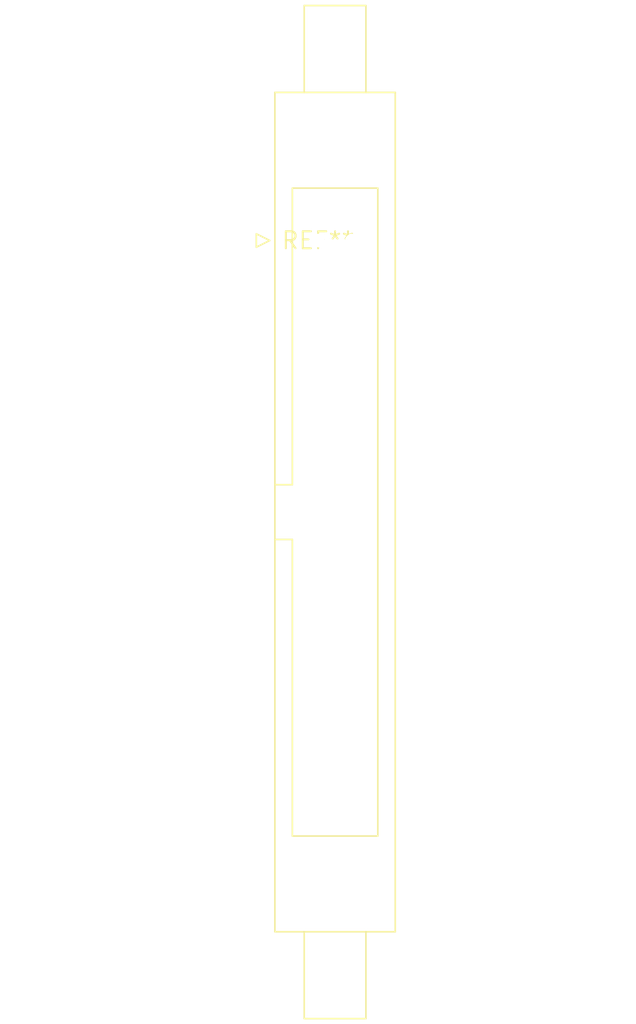
<source format=kicad_pcb>
(kicad_pcb (version 20240108) (generator pcbnew)
  (layers (0 "F.Cu" signal) (31 "B.Cu" signal) (34 "B.Paste" user) (35 "F.Paste" user) (36 "B.SilkS" user "B.Silkscreen") (37 "F.SilkS" user "F.Silkscreen") (38 "B.Mask" user) (39 "F.Mask" user) (44 "Edge.Cuts" user))
  (net 0 "")
  (footprint "IDC-Header_2x17_P2.54mm_Latch6.5mm_Vertical" (layer "F.Cu") (at 0 0)
    (property "Reference" "REF**")
    (property "Value" "IDC-Header_2x17_P2.54mm_Latch6.5mm_Vertical")
    (fp_line (start -4.63 -0.5) (end -4.63 0.5) (layer "F.SilkS") (stroke (width 0.12)))
    (fp_line (start -4.63 0.5) (end -3.63 0) (layer "F.SilkS") (stroke (width 0.12)))
    (fp_line (start -3.63 0) (end -4.63 -0.5) (layer "F.SilkS") (stroke (width 0.12)))
    (fp_line (start -3.24 -11.08) (end 5.78 -11.08) (layer "F.SilkS") (stroke (width 0.12)))
    (fp_line (start -3.24 18.27) (end -1.93 18.27) (layer "F.SilkS") (stroke (width 0.12)))
    (fp_line (start -3.24 51.72) (end -3.24 -11.08) (layer "F.SilkS") (stroke (width 0.12)))
    (fp_line (start -1.93 -3.92) (end 4.47 -3.92) (layer "F.SilkS") (stroke (width 0.12)))
    (fp_line (start -1.93 18.27) (end -1.93 -3.92) (layer "F.SilkS") (stroke (width 0.12)))
    (fp_line (start -1.93 22.37) (end -3.24 22.37) (layer "F.SilkS") (stroke (width 0.12)))
    (fp_line (start -1.93 22.37) (end -1.93 22.37) (layer "F.SilkS") (stroke (width 0.12)))
    (fp_line (start -1.93 44.56) (end -1.93 22.37) (layer "F.SilkS") (stroke (width 0.12)))
    (fp_line (start -1.04 -17.58) (end 3.58 -17.58) (layer "F.SilkS") (stroke (width 0.12)))
    (fp_line (start -1.04 -11.08) (end -1.04 -17.58) (layer "F.SilkS") (stroke (width 0.12)))
    (fp_line (start -1.04 51.72) (end -1.04 58.22) (layer "F.SilkS") (stroke (width 0.12)))
    (fp_line (start -1.04 58.22) (end 3.58 58.22) (layer "F.SilkS") (stroke (width 0.12)))
    (fp_line (start 3.58 -17.58) (end 3.58 -11.08) (layer "F.SilkS") (stroke (width 0.12)))
    (fp_line (start 3.58 58.22) (end 3.58 51.72) (layer "F.SilkS") (stroke (width 0.12)))
    (fp_line (start 4.47 -3.92) (end 4.47 44.56) (layer "F.SilkS") (stroke (width 0.12)))
    (fp_line (start 4.47 44.56) (end -1.93 44.56) (layer "F.SilkS") (stroke (width 0.12)))
    (fp_line (start 5.78 -11.08) (end 5.78 51.72) (layer "F.SilkS") (stroke (width 0.12)))
    (fp_line (start 5.78 51.72) (end -3.24 51.72) (layer "F.SilkS") (stroke (width 0.12)))
    (pad "1" thru_hole roundrect (at 0 0) (size 1.7 1.7) (drill 1) (layers *.Cu *.Mask) (remove_unused_layers) (roundrect_rratio 0.147059))
    (pad "2" thru_hole circle (at 2.54 0) (size 1.7 1.7) (drill 1) (layers *.Cu *.Mask) (remove_unused_layers))
    (pad "3" thru_hole circle (at 0 2.54) (size 1.7 1.7) (drill 1) (layers *.Cu *.Mask) (remove_unused_layers))
    (pad "4" thru_hole circle (at 2.54 2.54) (size 1.7 1.7) (drill 1) (layers *.Cu *.Mask) (remove_unused_layers))
    (pad "5" thru_hole circle (at 0 5.08) (size 1.7 1.7) (drill 1) (layers *.Cu *.Mask) (remove_unused_layers))
    (pad "6" thru_hole circle (at 2.54 5.08) (size 1.7 1.7) (drill 1) (layers *.Cu *.Mask) (remove_unused_layers))
    (pad "7" thru_hole circle (at 0 7.62) (size 1.7 1.7) (drill 1) (layers *.Cu *.Mask) (remove_unused_layers))
    (pad "8" thru_hole circle (at 2.54 7.62) (size 1.7 1.7) (drill 1) (layers *.Cu *.Mask) (remove_unused_layers))
    (pad "9" thru_hole circle (at 0 10.16) (size 1.7 1.7) (drill 1) (layers *.Cu *.Mask) (remove_unused_layers))
    (pad "10" thru_hole circle (at 2.54 10.16) (size 1.7 1.7) (drill 1) (layers *.Cu *.Mask) (remove_unused_layers))
    (pad "11" thru_hole circle (at 0 12.7) (size 1.7 1.7) (drill 1) (layers *.Cu *.Mask) (remove_unused_layers))
    (pad "12" thru_hole circle (at 2.54 12.7) (size 1.7 1.7) (drill 1) (layers *.Cu *.Mask) (remove_unused_layers))
    (pad "13" thru_hole circle (at 0 15.24) (size 1.7 1.7) (drill 1) (layers *.Cu *.Mask) (remove_unused_layers))
    (pad "14" thru_hole circle (at 2.54 15.24) (size 1.7 1.7) (drill 1) (layers *.Cu *.Mask) (remove_unused_layers))
    (pad "15" thru_hole circle (at 0 17.78) (size 1.7 1.7) (drill 1) (layers *.Cu *.Mask) (remove_unused_layers))
    (pad "16" thru_hole circle (at 2.54 17.78) (size 1.7 1.7) (drill 1) (layers *.Cu *.Mask) (remove_unused_layers))
    (pad "17" thru_hole circle (at 0 20.32) (size 1.7 1.7) (drill 1) (layers *.Cu *.Mask) (remove_unused_layers))
    (pad "18" thru_hole circle (at 2.54 20.32) (size 1.7 1.7) (drill 1) (layers *.Cu *.Mask) (remove_unused_layers))
    (pad "19" thru_hole circle (at 0 22.86) (size 1.7 1.7) (drill 1) (layers *.Cu *.Mask) (remove_unused_layers))
    (pad "20" thru_hole circle (at 2.54 22.86) (size 1.7 1.7) (drill 1) (layers *.Cu *.Mask) (remove_unused_layers))
    (pad "21" thru_hole circle (at 0 25.4) (size 1.7 1.7) (drill 1) (layers *.Cu *.Mask) (remove_unused_layers))
    (pad "22" thru_hole circle (at 2.54 25.4) (size 1.7 1.7) (drill 1) (layers *.Cu *.Mask) (remove_unused_layers))
    (pad "23" thru_hole circle (at 0 27.94) (size 1.7 1.7) (drill 1) (layers *.Cu *.Mask) (remove_unused_layers))
    (pad "24" thru_hole circle (at 2.54 27.94) (size 1.7 1.7) (drill 1) (layers *.Cu *.Mask) (remove_unused_layers))
    (pad "25" thru_hole circle (at 0 30.48) (size 1.7 1.7) (drill 1) (layers *.Cu *.Mask) (remove_unused_layers))
    (pad "26" thru_hole circle (at 2.54 30.48) (size 1.7 1.7) (drill 1) (layers *.Cu *.Mask) (remove_unused_layers))
    (pad "27" thru_hole circle (at 0 33.02) (size 1.7 1.7) (drill 1) (layers *.Cu *.Mask) (remove_unused_layers))
    (pad "28" thru_hole circle (at 2.54 33.02) (size 1.7 1.7) (drill 1) (layers *.Cu *.Mask) (remove_unused_layers))
    (pad "29" thru_hole circle (at 0 35.56) (size 1.7 1.7) (drill 1) (layers *.Cu *.Mask) (remove_unused_layers))
    (pad "30" thru_hole circle (at 2.54 35.56) (size 1.7 1.7) (drill 1) (layers *.Cu *.Mask) (remove_unused_layers))
    (pad "31" thru_hole circle (at 0 38.1) (size 1.7 1.7) (drill 1) (layers *.Cu *.Mask) (remove_unused_layers))
    (pad "32" thru_hole circle (at 2.54 38.1) (size 1.7 1.7) (drill 1) (layers *.Cu *.Mask) (remove_unused_layers))
    (pad "33" thru_hole circle (at 0 40.64) (size 1.7 1.7) (drill 1) (layers *.Cu *.Mask) (remove_unused_layers))
    (pad "34" thru_hole circle (at 2.54 40.64) (size 1.7 1.7) (drill 1) (layers *.Cu *.Mask) (remove_unused_layers))
  )
)
</source>
